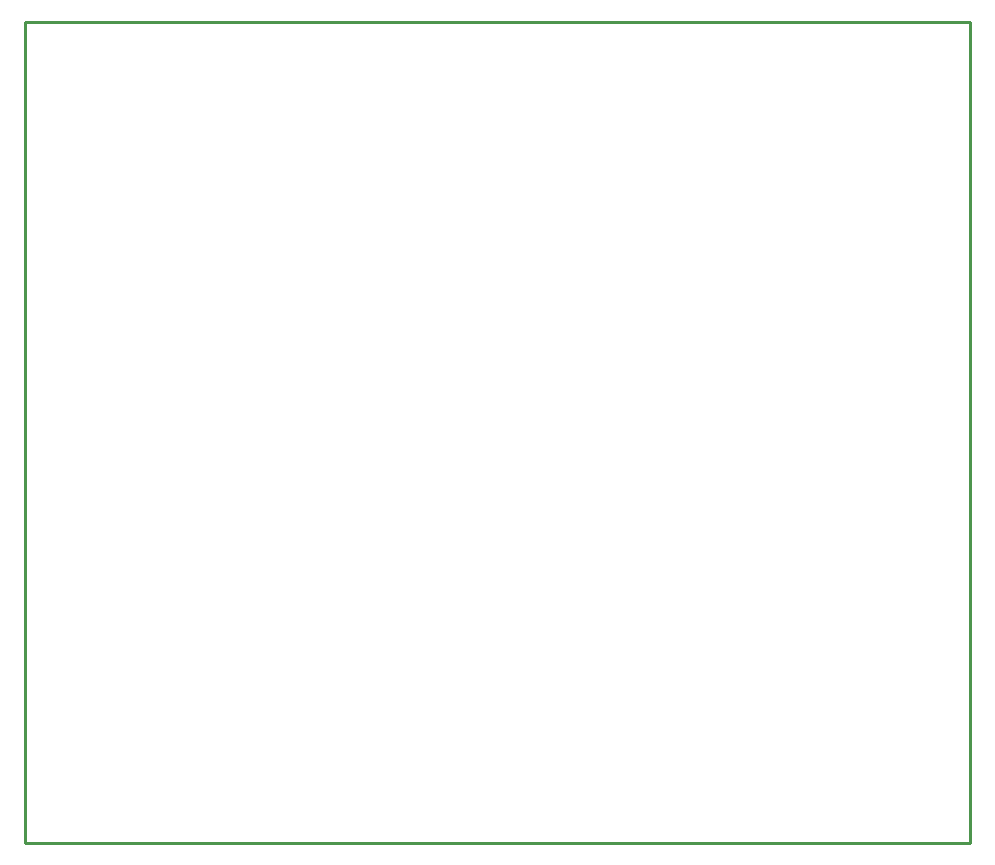
<source format=gko>
G04 Layer_Color=16711935*
%FSLAX44Y44*%
%MOMM*%
G71*
G01*
G75*
%ADD53C,0.2540*%
D53*
X300000Y375000D02*
Y1070000D01*
X1100000D01*
X1100000Y375000D02*
Y1070000D01*
X300000Y375000D02*
X1100000D01*
M02*

</source>
